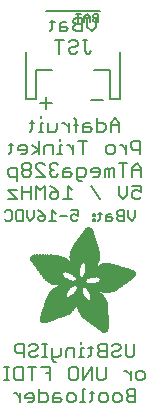
<source format=gbr>
G04 EAGLE Gerber RS-274X export*
G75*
%MOMM*%
%FSLAX34Y34*%
%LPD*%
%INSilkscreen Bottom*%
%IPPOS*%
%AMOC8*
5,1,8,0,0,1.08239X$1,22.5*%
G01*
%ADD10C,0.152400*%
%ADD11C,0.127000*%
%ADD12C,0.203200*%
%ADD13R,0.014000X0.125700*%
%ADD14R,0.014000X0.209500*%
%ADD15R,0.013900X0.279400*%
%ADD16R,0.014000X0.335300*%
%ADD17R,0.014000X0.377200*%
%ADD18R,0.013900X0.419100*%
%ADD19R,0.014000X0.475000*%
%ADD20R,0.014000X0.502900*%
%ADD21R,0.013900X0.530900*%
%ADD22R,0.014000X0.558800*%
%ADD23R,0.014000X0.586800*%
%ADD24R,0.014000X0.628600*%
%ADD25R,0.013900X0.642600*%
%ADD26R,0.014000X0.670500*%
%ADD27R,0.014000X0.698500*%
%ADD28R,0.013900X0.712500*%
%ADD29R,0.014000X0.740400*%
%ADD30R,0.014000X0.768400*%
%ADD31R,0.013900X0.782300*%
%ADD32R,0.014000X0.810300*%
%ADD33R,0.014000X0.824200*%
%ADD34R,0.014000X0.852200*%
%ADD35R,0.013900X0.880200*%
%ADD36R,0.014000X0.894100*%
%ADD37R,0.014000X0.908100*%
%ADD38R,0.013900X0.936000*%
%ADD39R,0.014000X0.950000*%
%ADD40R,0.014000X0.964000*%
%ADD41R,0.013900X0.991900*%
%ADD42R,0.014000X1.005900*%
%ADD43R,0.014000X1.033800*%
%ADD44R,0.014000X1.047800*%
%ADD45R,0.013900X1.061800*%
%ADD46R,0.014000X1.089700*%
%ADD47R,0.014000X1.103700*%
%ADD48R,0.013900X1.117600*%
%ADD49R,0.014000X1.145600*%
%ADD50R,0.014000X1.159600*%
%ADD51R,0.013900X1.173500*%
%ADD52R,0.014000X1.201500*%
%ADD53R,0.014000X1.215400*%
%ADD54R,0.014000X1.243400*%
%ADD55R,0.013900X1.257300*%
%ADD56R,0.014000X1.271300*%
%ADD57R,0.014000X1.299300*%
%ADD58R,0.013900X1.313200*%
%ADD59R,0.014000X1.327200*%
%ADD60R,0.014000X1.355100*%
%ADD61R,0.013900X1.369100*%
%ADD62R,0.014000X1.383100*%
%ADD63R,0.014000X1.411000*%
%ADD64R,0.014000X1.425000*%
%ADD65R,0.013900X1.452900*%
%ADD66R,0.014000X1.466900*%
%ADD67R,0.014000X1.480900*%
%ADD68R,0.013900X1.508800*%
%ADD69R,0.014000X1.522800*%
%ADD70R,0.014000X1.536700*%
%ADD71R,0.013900X0.167700*%
%ADD72R,0.013900X1.564700*%
%ADD73R,0.014000X0.265500*%
%ADD74R,0.014000X1.578700*%
%ADD75R,0.014000X0.349200*%
%ADD76R,0.014000X1.606600*%
%ADD77R,0.014000X0.405100*%
%ADD78R,0.014000X1.620600*%
%ADD79R,0.013900X0.475000*%
%ADD80R,0.013900X1.634500*%
%ADD81R,0.014000X0.530900*%
%ADD82R,0.014000X1.662500*%
%ADD83R,0.014000X1.676400*%
%ADD84R,0.013900X1.690400*%
%ADD85R,0.014000X1.718400*%
%ADD86R,0.014000X0.754400*%
%ADD87R,0.014000X1.732300*%
%ADD88R,0.013900X0.796300*%
%ADD89R,0.013900X1.746300*%
%ADD90R,0.014000X0.852100*%
%ADD91R,0.014000X1.774200*%
%ADD92R,0.014000X0.908000*%
%ADD93R,0.014000X1.788200*%
%ADD94R,0.014000X0.949900*%
%ADD95R,0.014000X1.816100*%
%ADD96R,0.013900X1.005900*%
%ADD97R,0.013900X1.830100*%
%ADD98R,0.014000X1.844100*%
%ADD99R,0.014000X1.872000*%
%ADD100R,0.013900X1.131600*%
%ADD101R,0.013900X1.886000*%
%ADD102R,0.014000X1.187500*%
%ADD103R,0.014000X1.900000*%
%ADD104R,0.014000X1.229400*%
%ADD105R,0.014000X1.927900*%
%ADD106R,0.013900X1.271300*%
%ADD107R,0.013900X1.941900*%
%ADD108R,0.014000X1.313200*%
%ADD109R,0.014000X1.955800*%
%ADD110R,0.014000X1.969800*%
%ADD111R,0.014000X1.397000*%
%ADD112R,0.014000X1.997800*%
%ADD113R,0.013900X1.439000*%
%ADD114R,0.013900X2.011700*%
%ADD115R,0.014000X2.025700*%
%ADD116R,0.014000X2.039700*%
%ADD117R,0.013900X1.550700*%
%ADD118R,0.013900X2.053600*%
%ADD119R,0.014000X1.592600*%
%ADD120R,0.014000X2.067600*%
%ADD121R,0.014000X1.634500*%
%ADD122R,0.014000X2.081600*%
%ADD123R,0.013900X2.095500*%
%ADD124R,0.014000X2.109500*%
%ADD125R,0.014000X1.760200*%
%ADD126R,0.014000X2.123500*%
%ADD127R,0.014000X1.802100*%
%ADD128R,0.014000X2.137500*%
%ADD129R,0.013900X1.844000*%
%ADD130R,0.013900X2.151400*%
%ADD131R,0.014000X1.871900*%
%ADD132R,0.014000X2.165400*%
%ADD133R,0.014000X1.913800*%
%ADD134R,0.014000X2.179400*%
%ADD135R,0.013900X1.955800*%
%ADD136R,0.013900X2.193300*%
%ADD137R,0.014000X1.983800*%
%ADD138R,0.014000X2.207300*%
%ADD139R,0.014000X2.221300*%
%ADD140R,0.013900X2.221300*%
%ADD141R,0.014000X2.095500*%
%ADD142R,0.014000X2.235200*%
%ADD143R,0.014000X2.249200*%
%ADD144R,0.014000X2.137400*%
%ADD145R,0.014000X2.263200*%
%ADD146R,0.013900X2.179300*%
%ADD147R,0.013900X2.277200*%
%ADD148R,0.014000X2.193300*%
%ADD149R,0.014000X2.277200*%
%ADD150R,0.014000X2.221200*%
%ADD151R,0.014000X2.291100*%
%ADD152R,0.013900X2.249100*%
%ADD153R,0.013900X2.305100*%
%ADD154R,0.014000X2.319100*%
%ADD155R,0.014000X2.277100*%
%ADD156R,0.013900X2.333000*%
%ADD157R,0.014000X2.319000*%
%ADD158R,0.014000X2.347000*%
%ADD159R,0.014000X2.333000*%
%ADD160R,0.014000X2.361000*%
%ADD161R,0.014000X2.360900*%
%ADD162R,0.013900X2.374900*%
%ADD163R,0.014000X2.388800*%
%ADD164R,0.014000X2.388900*%
%ADD165R,0.014000X2.416800*%
%ADD166R,0.013900X2.416900*%
%ADD167R,0.013900X2.402900*%
%ADD168R,0.014000X2.430800*%
%ADD169R,0.014000X2.402900*%
%ADD170R,0.014000X2.458800*%
%ADD171R,0.014000X2.416900*%
%ADD172R,0.013900X2.458700*%
%ADD173R,0.013900X2.430800*%
%ADD174R,0.014000X2.472700*%
%ADD175R,0.014000X2.500600*%
%ADD176R,0.014000X2.444800*%
%ADD177R,0.013900X2.514600*%
%ADD178R,0.013900X2.458800*%
%ADD179R,0.014000X2.528600*%
%ADD180R,0.014000X2.528500*%
%ADD181R,0.013900X2.542500*%
%ADD182R,0.013900X2.472700*%
%ADD183R,0.014000X2.556500*%
%ADD184R,0.014000X2.486700*%
%ADD185R,0.013900X2.570500*%
%ADD186R,0.013900X2.486700*%
%ADD187R,0.014000X2.584500*%
%ADD188R,0.014000X2.500700*%
%ADD189R,0.014000X2.584400*%
%ADD190R,0.014000X2.598400*%
%ADD191R,0.014000X2.514600*%
%ADD192R,0.013900X2.612400*%
%ADD193R,0.014000X2.612400*%
%ADD194R,0.014000X2.626300*%
%ADD195R,0.013900X2.640300*%
%ADD196R,0.013900X2.528600*%
%ADD197R,0.014000X2.640400*%
%ADD198R,0.014000X2.542600*%
%ADD199R,0.014000X2.654300*%
%ADD200R,0.013900X2.654300*%
%ADD201R,0.013900X2.542600*%
%ADD202R,0.014000X2.668300*%
%ADD203R,0.014000X2.556600*%
%ADD204R,0.014000X2.682200*%
%ADD205R,0.013900X2.668200*%
%ADD206R,0.013900X2.556600*%
%ADD207R,0.014000X2.570500*%
%ADD208R,0.014000X2.696200*%
%ADD209R,0.013900X2.682300*%
%ADD210R,0.014000X2.696300*%
%ADD211R,0.013900X2.696200*%
%ADD212R,0.014000X2.710200*%
%ADD213R,0.013900X2.710200*%
%ADD214R,0.014000X2.724100*%
%ADD215R,0.014000X2.710100*%
%ADD216R,0.013900X2.724100*%
%ADD217R,0.013900X2.584500*%
%ADD218R,0.014000X2.724200*%
%ADD219R,0.013900X2.724200*%
%ADD220R,0.013900X2.738100*%
%ADD221R,0.013900X2.738200*%
%ADD222R,0.013900X2.556500*%
%ADD223R,0.013900X5.238700*%
%ADD224R,0.014000X5.238700*%
%ADD225R,0.014000X5.224800*%
%ADD226R,0.013900X5.210800*%
%ADD227R,0.014000X5.210800*%
%ADD228R,0.014000X5.196800*%
%ADD229R,0.013900X5.182900*%
%ADD230R,0.014000X5.182900*%
%ADD231R,0.014000X5.168900*%
%ADD232R,0.014000X5.154900*%
%ADD233R,0.013900X5.154900*%
%ADD234R,0.014000X5.141000*%
%ADD235R,0.014000X5.127000*%
%ADD236R,0.013900X3.604200*%
%ADD237R,0.013900X1.411000*%
%ADD238R,0.014000X3.562300*%
%ADD239R,0.014000X1.383000*%
%ADD240R,0.014000X3.534400*%
%ADD241R,0.014000X1.369100*%
%ADD242R,0.013900X3.506500*%
%ADD243R,0.013900X1.341100*%
%ADD244R,0.014000X3.492500*%
%ADD245R,0.014000X1.341100*%
%ADD246R,0.014000X3.450600*%
%ADD247R,0.014000X1.313100*%
%ADD248R,0.014000X3.436600*%
%ADD249R,0.013900X3.422700*%
%ADD250R,0.013900X1.299200*%
%ADD251R,0.014000X3.394700*%
%ADD252R,0.014000X1.285300*%
%ADD253R,0.014000X3.380700*%
%ADD254R,0.013900X3.366700*%
%ADD255R,0.014000X3.338900*%
%ADD256R,0.014000X1.257300*%
%ADD257R,0.014000X3.324900*%
%ADD258R,0.013900X3.310900*%
%ADD259R,0.013900X1.243400*%
%ADD260R,0.014000X3.283000*%
%ADD261R,0.014000X3.255000*%
%ADD262R,0.013900X3.241000*%
%ADD263R,0.013900X1.215400*%
%ADD264R,0.014000X3.227100*%
%ADD265R,0.014000X3.213100*%
%ADD266R,0.013900X1.718300*%
%ADD267R,0.013900X1.187500*%
%ADD268R,0.014000X1.648500*%
%ADD269R,0.014000X1.187400*%
%ADD270R,0.014000X1.620500*%
%ADD271R,0.013900X1.592600*%
%ADD272R,0.013900X1.271200*%
%ADD273R,0.013900X1.173400*%
%ADD274R,0.014000X1.159500*%
%ADD275R,0.014000X1.564600*%
%ADD276R,0.014000X1.201400*%
%ADD277R,0.014000X1.145500*%
%ADD278R,0.013900X1.145500*%
%ADD279R,0.014000X1.550700*%
%ADD280R,0.014000X1.103600*%
%ADD281R,0.014000X1.131600*%
%ADD282R,0.014000X1.075700*%
%ADD283R,0.014000X1.117600*%
%ADD284R,0.013900X1.536700*%
%ADD285R,0.013900X1.047800*%
%ADD286R,0.013900X1.103600*%
%ADD287R,0.014000X1.522700*%
%ADD288R,0.014000X1.005800*%
%ADD289R,0.014000X0.991900*%
%ADD290R,0.013900X0.963900*%
%ADD291R,0.013900X1.075700*%
%ADD292R,0.014000X1.508800*%
%ADD293R,0.014000X1.075600*%
%ADD294R,0.014000X1.494800*%
%ADD295R,0.014000X1.061700*%
%ADD296R,0.014000X1.047700*%
%ADD297R,0.013900X1.494800*%
%ADD298R,0.013900X1.047700*%
%ADD299R,0.014000X1.480800*%
%ADD300R,0.014000X1.494700*%
%ADD301R,0.014000X0.838200*%
%ADD302R,0.013900X1.480800*%
%ADD303R,0.013900X0.810200*%
%ADD304R,0.013900X1.019800*%
%ADD305R,0.014000X1.466800*%
%ADD306R,0.014000X0.796300*%
%ADD307R,0.014000X0.768300*%
%ADD308R,0.013900X1.466800*%
%ADD309R,0.013900X0.754300*%
%ADD310R,0.013900X0.977900*%
%ADD311R,0.013900X0.139700*%
%ADD312R,0.014000X0.963900*%
%ADD313R,0.014000X0.712500*%
%ADD314R,0.014000X0.544800*%
%ADD315R,0.014000X0.670600*%
%ADD316R,0.013900X0.684600*%
%ADD317R,0.013900X0.922000*%
%ADD318R,0.014000X1.452900*%
%ADD319R,0.014000X0.656600*%
%ADD320R,0.014000X0.922100*%
%ADD321R,0.014000X0.866200*%
%ADD322R,0.013900X0.894000*%
%ADD323R,0.013900X1.033800*%
%ADD324R,0.014000X0.614600*%
%ADD325R,0.014000X0.866100*%
%ADD326R,0.014000X1.452800*%
%ADD327R,0.014000X0.600700*%
%ADD328R,0.014000X1.173500*%
%ADD329R,0.013900X1.438900*%
%ADD330R,0.013900X0.586700*%
%ADD331R,0.013900X0.838200*%
%ADD332R,0.014000X0.586700*%
%ADD333R,0.014000X2.151400*%
%ADD334R,0.014000X2.193200*%
%ADD335R,0.014000X1.438900*%
%ADD336R,0.014000X0.544900*%
%ADD337R,0.013900X0.544900*%
%ADD338R,0.013900X2.277100*%
%ADD339R,0.014000X0.516900*%
%ADD340R,0.013900X0.516900*%
%ADD341R,0.014000X0.489000*%
%ADD342R,0.014000X1.424900*%
%ADD343R,0.014000X2.444700*%
%ADD344R,0.013900X1.424900*%
%ADD345R,0.014000X0.461000*%
%ADD346R,0.014000X2.570400*%
%ADD347R,0.013900X1.425000*%
%ADD348R,0.013900X0.447000*%
%ADD349R,0.014000X1.410900*%
%ADD350R,0.014000X0.447000*%
%ADD351R,0.014000X0.433100*%
%ADD352R,0.014000X2.668200*%
%ADD353R,0.013900X0.433100*%
%ADD354R,0.014000X0.419100*%
%ADD355R,0.014000X2.738100*%
%ADD356R,0.014000X2.766100*%
%ADD357R,0.013900X1.397000*%
%ADD358R,0.013900X2.807900*%
%ADD359R,0.014000X2.835900*%
%ADD360R,0.014000X2.877900*%
%ADD361R,0.014000X0.433000*%
%ADD362R,0.014000X2.905700*%
%ADD363R,0.013900X1.369000*%
%ADD364R,0.013900X0.433000*%
%ADD365R,0.013900X2.947700*%
%ADD366R,0.014000X2.989500*%
%ADD367R,0.014000X3.031500*%
%ADD368R,0.013900X1.355100*%
%ADD369R,0.013900X0.488900*%
%ADD370R,0.013900X3.087300*%
%ADD371R,0.014000X1.341200*%
%ADD372R,0.014000X3.702000*%
%ADD373R,0.014000X3.716000*%
%ADD374R,0.013900X1.327100*%
%ADD375R,0.013900X3.757900*%
%ADD376R,0.014000X3.771900*%
%ADD377R,0.014000X1.299200*%
%ADD378R,0.014000X3.799900*%
%ADD379R,0.014000X3.841700*%
%ADD380R,0.013900X3.869700*%
%ADD381R,0.014000X3.925600*%
%ADD382R,0.014000X0.111800*%
%ADD383R,0.014000X5.266700*%
%ADD384R,0.013900X5.727700*%
%ADD385R,0.014000X5.825500*%
%ADD386R,0.014000X5.895400*%
%ADD387R,0.013900X5.965200*%
%ADD388R,0.014000X6.021100*%
%ADD389R,0.014000X6.076900*%
%ADD390R,0.014000X6.146800*%
%ADD391R,0.013900X6.188800*%
%ADD392R,0.014000X6.244600*%
%ADD393R,0.014000X6.286500*%
%ADD394R,0.013900X6.328400*%
%ADD395R,0.014000X6.384300*%
%ADD396R,0.014000X3.352800*%
%ADD397R,0.014000X2.821900*%
%ADD398R,0.013900X3.283000*%
%ADD399R,0.014000X3.241100*%
%ADD400R,0.014000X2.682300*%
%ADD401R,0.014000X3.241000*%
%ADD402R,0.014000X2.640300*%
%ADD403R,0.013900X3.227100*%
%ADD404R,0.013900X2.584400*%
%ADD405R,0.014000X3.227000*%
%ADD406R,0.013900X3.269000*%
%ADD407R,0.014000X3.282900*%
%ADD408R,0.014000X3.310900*%
%ADD409R,0.013900X3.338800*%
%ADD410R,0.014000X0.922000*%
%ADD411R,0.013900X2.123400*%
%ADD412R,0.013900X0.894100*%
%ADD413R,0.014000X2.081500*%
%ADD414R,0.014000X0.894000*%
%ADD415R,0.013900X0.908100*%
%ADD416R,0.014000X2.039600*%
%ADD417R,0.014000X2.011700*%
%ADD418R,0.014000X0.936000*%
%ADD419R,0.013900X1.969700*%
%ADD420R,0.014000X0.977900*%
%ADD421R,0.014000X1.941900*%
%ADD422R,0.013900X1.927800*%
%ADD423R,0.014000X1.913900*%
%ADD424R,0.013900X1.913800*%
%ADD425R,0.013900X2.794000*%
%ADD426R,0.014000X1.899900*%
%ADD427R,0.014000X1.229300*%
%ADD428R,0.014000X1.285200*%
%ADD429R,0.014000X2.919700*%
%ADD430R,0.013900X1.872000*%
%ADD431R,0.013900X2.961600*%
%ADD432R,0.014000X1.858000*%
%ADD433R,0.014000X3.031400*%
%ADD434R,0.014000X3.115300*%
%ADD435R,0.013900X1.858000*%
%ADD436R,0.013900X5.029200*%
%ADD437R,0.014000X4.428500*%
%ADD438R,0.014000X1.844000*%
%ADD439R,0.014000X4.414500*%
%ADD440R,0.013900X4.414500*%
%ADD441R,0.014000X1.830100*%
%ADD442R,0.014000X4.414600*%
%ADD443R,0.014000X1.830000*%
%ADD444R,0.014000X0.530800*%
%ADD445R,0.014000X4.400500*%
%ADD446R,0.013900X4.400500*%
%ADD447R,0.014000X4.400600*%
%ADD448R,0.013900X0.572800*%
%ADD449R,0.013900X4.386600*%
%ADD450R,0.014000X4.386500*%
%ADD451R,0.013900X0.614700*%
%ADD452R,0.013900X4.372600*%
%ADD453R,0.014000X0.642600*%
%ADD454R,0.014000X4.372600*%
%ADD455R,0.013900X0.698500*%
%ADD456R,0.013900X4.358600*%
%ADD457R,0.014000X0.712400*%
%ADD458R,0.014000X4.358600*%
%ADD459R,0.014000X4.344700*%
%ADD460R,0.013900X1.871900*%
%ADD461R,0.013900X0.768300*%
%ADD462R,0.013900X4.330700*%
%ADD463R,0.014000X1.885900*%
%ADD464R,0.014000X0.782300*%
%ADD465R,0.014000X4.330700*%
%ADD466R,0.014000X4.316700*%
%ADD467R,0.013900X1.899900*%
%ADD468R,0.013900X0.852200*%
%ADD469R,0.013900X4.316700*%
%ADD470R,0.014000X0.880100*%
%ADD471R,0.014000X4.302700*%
%ADD472R,0.014000X1.941800*%
%ADD473R,0.014000X4.288800*%
%ADD474R,0.013900X1.983700*%
%ADD475R,0.013900X4.274800*%
%ADD476R,0.014000X4.274800*%
%ADD477R,0.014000X4.260800*%
%ADD478R,0.013900X3.408700*%
%ADD479R,0.013900X4.260800*%
%ADD480R,0.014000X3.408700*%
%ADD481R,0.014000X4.232900*%
%ADD482R,0.014000X3.422700*%
%ADD483R,0.014000X4.219000*%
%ADD484R,0.013900X3.436600*%
%ADD485R,0.013900X4.219000*%
%ADD486R,0.014000X4.205000*%
%ADD487R,0.014000X4.177000*%
%ADD488R,0.014000X3.464600*%
%ADD489R,0.014000X4.163100*%
%ADD490R,0.013900X3.478600*%
%ADD491R,0.013900X4.135100*%
%ADD492R,0.014000X3.478600*%
%ADD493R,0.014000X4.121100*%
%ADD494R,0.014000X4.093200*%
%ADD495R,0.013900X4.051300*%
%ADD496R,0.014000X3.520500*%
%ADD497R,0.014000X4.009400*%
%ADD498R,0.014000X3.981400*%
%ADD499R,0.013900X3.548300*%
%ADD500R,0.013900X3.939500*%
%ADD501R,0.014000X3.897600*%
%ADD502R,0.014000X3.576300*%
%ADD503R,0.014000X3.799800*%
%ADD504R,0.013900X3.590200*%
%ADD505R,0.013900X3.744000*%
%ADD506R,0.014000X3.604200*%
%ADD507R,0.014000X3.702100*%
%ADD508R,0.014000X3.618200*%
%ADD509R,0.014000X3.660200*%
%ADD510R,0.013900X3.632200*%
%ADD511R,0.013900X3.618300*%
%ADD512R,0.014000X3.646200*%
%ADD513R,0.014000X3.576400*%
%ADD514R,0.014000X3.660100*%
%ADD515R,0.013900X3.660100*%
%ADD516R,0.014000X3.674100*%
%ADD517R,0.014000X3.436700*%
%ADD518R,0.014000X2.612300*%
%ADD519R,0.014000X0.782400*%
%ADD520R,0.013900X3.716000*%
%ADD521R,0.013900X2.500600*%
%ADD522R,0.014000X3.730000*%
%ADD523R,0.014000X3.758000*%
%ADD524R,0.014000X2.374900*%
%ADD525R,0.013900X3.771900*%
%ADD526R,0.013900X0.824300*%
%ADD527R,0.013900X2.305000*%
%ADD528R,0.014000X3.785900*%
%ADD529R,0.013900X3.813800*%
%ADD530R,0.014000X3.827800*%
%ADD531R,0.014000X3.855700*%
%ADD532R,0.014000X3.883700*%
%ADD533R,0.014000X1.802200*%
%ADD534R,0.014000X3.897700*%
%ADD535R,0.014000X1.746300*%
%ADD536R,0.013900X3.911600*%
%ADD537R,0.013900X0.949900*%
%ADD538R,0.013900X1.676400*%
%ADD539R,0.014000X3.939500*%
%ADD540R,0.014000X1.550600*%
%ADD541R,0.013900X3.967500*%
%ADD542R,0.014000X1.327100*%
%ADD543R,0.014000X1.019800*%
%ADD544R,0.013900X4.037300*%
%ADD545R,0.013900X3.213100*%
%ADD546R,0.013900X0.866200*%
%ADD547R,0.013900X1.061700*%
%ADD548R,0.013900X0.908000*%
%ADD549R,0.014000X1.089600*%
%ADD550R,0.014000X0.181700*%
%ADD551R,0.014000X2.346900*%
%ADD552R,0.013900X2.346900*%
%ADD553R,0.013900X3.227000*%
%ADD554R,0.013900X2.388900*%
%ADD555R,0.013900X2.416800*%
%ADD556R,0.014000X2.430700*%
%ADD557R,0.013900X3.199100*%
%ADD558R,0.013900X2.444700*%
%ADD559R,0.014000X3.199200*%
%ADD560R,0.014000X3.185200*%
%ADD561R,0.014000X2.458700*%
%ADD562R,0.013900X3.185100*%
%ADD563R,0.014000X3.171100*%
%ADD564R,0.014000X3.157200*%
%ADD565R,0.013900X3.143200*%
%ADD566R,0.014000X3.129300*%
%ADD567R,0.014000X3.101300*%
%ADD568R,0.013900X3.087400*%
%ADD569R,0.014000X3.087400*%
%ADD570R,0.014000X3.059400*%
%ADD571R,0.013900X3.031500*%
%ADD572R,0.014000X3.017500*%
%ADD573R,0.014000X2.989600*%
%ADD574R,0.014000X2.975600*%
%ADD575R,0.014000X2.891700*%
%ADD576R,0.013900X2.849900*%
%ADD577R,0.014000X2.822000*%
%ADD578R,0.014000X2.794000*%
%ADD579R,0.013900X2.752100*%
%ADD580R,0.014000X2.305000*%
%ADD581R,0.013900X2.109400*%
%ADD582R,0.014000X1.969700*%
%ADD583R,0.014000X2.486600*%
%ADD584R,0.014000X2.472600*%
%ADD585R,0.013900X2.472600*%
%ADD586R,0.013900X2.402800*%
%ADD587R,0.014000X2.402800*%
%ADD588R,0.013900X2.360900*%
%ADD589R,0.013900X2.319100*%
%ADD590R,0.013900X2.291100*%
%ADD591R,0.013900X2.263100*%
%ADD592R,0.014000X2.249100*%
%ADD593R,0.014000X2.179300*%
%ADD594R,0.014000X2.109400*%
%ADD595R,0.013900X2.067600*%
%ADD596R,0.014000X2.053600*%
%ADD597R,0.014000X2.025600*%
%ADD598R,0.013900X2.025600*%
%ADD599R,0.014000X1.983700*%
%ADD600R,0.013900X1.927900*%
%ADD601R,0.014000X1.886000*%
%ADD602R,0.013900X1.816100*%
%ADD603R,0.013900X1.760200*%
%ADD604R,0.013900X1.732300*%
%ADD605R,0.014000X1.718300*%
%ADD606R,0.014000X1.704300*%
%ADD607R,0.014000X1.690400*%
%ADD608R,0.013900X1.662400*%
%ADD609R,0.014000X1.662400*%
%ADD610R,0.014000X1.648400*%
%ADD611R,0.013900X1.620500*%
%ADD612R,0.013900X1.578600*%
%ADD613R,0.013900X1.522700*%
%ADD614R,0.013900X1.480900*%
%ADD615R,0.013900X1.383000*%
%ADD616R,0.014000X1.369000*%
%ADD617R,0.013900X1.341200*%
%ADD618R,0.013900X1.243300*%
%ADD619R,0.014000X1.215300*%
%ADD620R,0.013900X1.201400*%
%ADD621R,0.013900X1.159500*%
%ADD622R,0.013900X1.089600*%
%ADD623R,0.014000X0.880200*%
%ADD624R,0.014000X0.810200*%
%ADD625R,0.014000X0.726500*%
%ADD626R,0.014000X0.684500*%
%ADD627R,0.013900X0.600700*%
%ADD628R,0.013900X0.530800*%
%ADD629R,0.014000X0.503000*%
%ADD630R,0.013900X0.335200*%
%ADD631R,0.014000X0.279400*%
%ADD632R,0.014000X0.223600*%
%ADD633R,0.013900X0.111800*%


D10*
X39192Y252857D02*
X39192Y260314D01*
X35464Y264043D01*
X31735Y260314D01*
X31735Y252857D01*
X31735Y258450D02*
X39192Y258450D01*
X20041Y264043D02*
X20041Y252857D01*
X25634Y252857D01*
X27499Y254721D01*
X27499Y258450D01*
X25634Y260314D01*
X20041Y260314D01*
X13940Y260314D02*
X10212Y260314D01*
X8348Y258450D01*
X8348Y252857D01*
X13940Y252857D01*
X15805Y254721D01*
X13940Y256586D01*
X8348Y256586D01*
X2246Y252857D02*
X2246Y262178D01*
X382Y264043D01*
X382Y258450D02*
X4111Y258450D01*
X-3685Y260314D02*
X-3685Y252857D01*
X-3685Y256586D02*
X-7414Y260314D01*
X-9278Y260314D01*
X-13430Y260314D02*
X-13430Y254721D01*
X-15295Y252857D01*
X-20887Y252857D01*
X-20887Y260314D01*
X-25124Y260314D02*
X-26989Y260314D01*
X-26989Y252857D01*
X-28853Y252857D02*
X-25124Y252857D01*
X-26989Y264043D02*
X-26989Y265907D01*
X-34785Y262178D02*
X-34785Y254721D01*
X-36649Y252857D01*
X-36649Y260314D02*
X-32920Y260314D01*
X56733Y244993D02*
X56733Y233807D01*
X56733Y244993D02*
X51141Y244993D01*
X49276Y243128D01*
X49276Y239400D01*
X51141Y237536D01*
X56733Y237536D01*
X45040Y241264D02*
X45040Y233807D01*
X45040Y237536D02*
X41311Y241264D01*
X39447Y241264D01*
X33430Y233807D02*
X29702Y233807D01*
X27838Y235671D01*
X27838Y239400D01*
X29702Y241264D01*
X33430Y241264D01*
X35295Y239400D01*
X35295Y235671D01*
X33430Y233807D01*
X8178Y233807D02*
X8178Y244993D01*
X4450Y244993D02*
X11907Y244993D01*
X213Y241264D02*
X213Y233807D01*
X213Y237536D02*
X-3516Y241264D01*
X-5380Y241264D01*
X-9532Y241264D02*
X-11397Y241264D01*
X-11397Y233807D01*
X-13261Y233807D02*
X-9532Y233807D01*
X-11397Y244993D02*
X-11397Y246857D01*
X-17328Y241264D02*
X-17328Y233807D01*
X-17328Y241264D02*
X-22921Y241264D01*
X-24785Y239400D01*
X-24785Y233807D01*
X-29022Y233807D02*
X-29022Y244993D01*
X-29022Y237536D02*
X-34615Y233807D01*
X-29022Y237536D02*
X-34615Y241264D01*
X-40632Y233807D02*
X-44360Y233807D01*
X-40632Y233807D02*
X-38767Y235671D01*
X-38767Y239400D01*
X-40632Y241264D01*
X-44360Y241264D01*
X-46224Y239400D01*
X-46224Y237536D01*
X-38767Y237536D01*
X-52325Y235671D02*
X-52325Y243128D01*
X-52325Y235671D02*
X-54190Y233807D01*
X-54190Y241264D02*
X-50461Y241264D01*
X57708Y222214D02*
X57708Y214757D01*
X57708Y222214D02*
X53979Y225943D01*
X50251Y222214D01*
X50251Y214757D01*
X50251Y220350D02*
X57708Y220350D01*
X42286Y214757D02*
X42286Y225943D01*
X46014Y225943D02*
X38557Y225943D01*
X34320Y222214D02*
X34320Y214757D01*
X34320Y222214D02*
X32456Y222214D01*
X30592Y220350D01*
X30592Y214757D01*
X30592Y220350D02*
X28727Y222214D01*
X26863Y220350D01*
X26863Y214757D01*
X20762Y214757D02*
X17033Y214757D01*
X20762Y214757D02*
X22626Y216621D01*
X22626Y220350D01*
X20762Y222214D01*
X17033Y222214D01*
X15169Y220350D01*
X15169Y218486D01*
X22626Y218486D01*
X7204Y211029D02*
X5339Y211029D01*
X3475Y212893D01*
X3475Y222214D01*
X9068Y222214D01*
X10932Y220350D01*
X10932Y216621D01*
X9068Y214757D01*
X3475Y214757D01*
X-2626Y222214D02*
X-6355Y222214D01*
X-8219Y220350D01*
X-8219Y214757D01*
X-2626Y214757D01*
X-762Y216621D01*
X-2626Y218486D01*
X-8219Y218486D01*
X-12456Y224078D02*
X-14320Y225943D01*
X-18049Y225943D01*
X-19913Y224078D01*
X-19913Y222214D01*
X-18049Y220350D01*
X-16184Y220350D01*
X-18049Y220350D02*
X-19913Y218486D01*
X-19913Y216621D01*
X-18049Y214757D01*
X-14320Y214757D01*
X-12456Y216621D01*
X-24150Y214757D02*
X-31607Y214757D01*
X-24150Y214757D02*
X-31607Y222214D01*
X-31607Y224078D01*
X-29743Y225943D01*
X-26014Y225943D01*
X-24150Y224078D01*
X-35844Y224078D02*
X-37708Y225943D01*
X-41437Y225943D01*
X-43301Y224078D01*
X-43301Y222214D01*
X-41437Y220350D01*
X-43301Y218486D01*
X-43301Y216621D01*
X-41437Y214757D01*
X-37708Y214757D01*
X-35844Y216621D01*
X-35844Y218486D01*
X-37708Y220350D01*
X-35844Y222214D01*
X-35844Y224078D01*
X-37708Y220350D02*
X-41437Y220350D01*
X-47538Y222214D02*
X-47538Y211029D01*
X-47538Y222214D02*
X-53131Y222214D01*
X-54995Y220350D01*
X-54995Y216621D01*
X-53131Y214757D01*
X-47538Y214757D01*
X50251Y206893D02*
X57708Y206893D01*
X57708Y201300D01*
X53979Y203164D01*
X52115Y203164D01*
X50251Y201300D01*
X50251Y197571D01*
X52115Y195707D01*
X55844Y195707D01*
X57708Y197571D01*
X46014Y199436D02*
X46014Y206893D01*
X46014Y199436D02*
X42286Y195707D01*
X38557Y199436D01*
X38557Y206893D01*
X22626Y195707D02*
X15169Y206893D01*
X-762Y203164D02*
X-4490Y206893D01*
X-4490Y195707D01*
X-762Y195707D02*
X-8219Y195707D01*
X-16184Y205028D02*
X-19913Y206893D01*
X-16184Y205028D02*
X-12456Y201300D01*
X-12456Y197571D01*
X-14320Y195707D01*
X-18049Y195707D01*
X-19913Y197571D01*
X-19913Y199436D01*
X-18049Y201300D01*
X-12456Y201300D01*
X-24150Y195707D02*
X-24150Y206893D01*
X-27878Y203164D01*
X-31607Y206893D01*
X-31607Y195707D01*
X-35844Y195707D02*
X-35844Y206893D01*
X-35844Y201300D02*
X-43301Y201300D01*
X-43301Y206893D02*
X-43301Y195707D01*
X-47538Y203164D02*
X-54995Y203164D01*
X-47538Y195707D01*
X-54995Y195707D01*
X51861Y72908D02*
X51861Y63586D01*
X49997Y61722D01*
X46268Y61722D01*
X44404Y63586D01*
X44404Y72908D01*
X34574Y72908D02*
X32710Y71043D01*
X34574Y72908D02*
X38303Y72908D01*
X40167Y71043D01*
X40167Y69179D01*
X38303Y67315D01*
X34574Y67315D01*
X32710Y65451D01*
X32710Y63586D01*
X34574Y61722D01*
X38303Y61722D01*
X40167Y63586D01*
X28473Y61722D02*
X28473Y72908D01*
X22880Y72908D01*
X21016Y71043D01*
X21016Y69179D01*
X22880Y67315D01*
X21016Y65451D01*
X21016Y63586D01*
X22880Y61722D01*
X28473Y61722D01*
X28473Y67315D02*
X22880Y67315D01*
X14915Y71043D02*
X14915Y63586D01*
X13051Y61722D01*
X13051Y69179D02*
X16779Y69179D01*
X8983Y69179D02*
X7119Y69179D01*
X7119Y61722D01*
X8983Y61722D02*
X5255Y61722D01*
X7119Y72908D02*
X7119Y74772D01*
X1187Y69179D02*
X1187Y61722D01*
X1187Y69179D02*
X-4406Y69179D01*
X-6270Y67315D01*
X-6270Y61722D01*
X-10507Y63586D02*
X-10507Y69179D01*
X-10507Y63586D02*
X-12371Y61722D01*
X-17964Y61722D01*
X-17964Y59858D02*
X-17964Y69179D01*
X-17964Y59858D02*
X-16100Y57994D01*
X-14235Y57994D01*
X-22201Y61722D02*
X-25929Y61722D01*
X-24065Y61722D02*
X-24065Y72908D01*
X-22201Y72908D02*
X-25929Y72908D01*
X-35590Y72908D02*
X-37454Y71043D01*
X-35590Y72908D02*
X-31861Y72908D01*
X-29997Y71043D01*
X-29997Y69179D01*
X-31861Y67315D01*
X-35590Y67315D01*
X-37454Y65451D01*
X-37454Y63586D01*
X-35590Y61722D01*
X-31861Y61722D01*
X-29997Y63586D01*
X-41691Y61722D02*
X-41691Y72908D01*
X-47284Y72908D01*
X-49148Y71043D01*
X-49148Y67315D01*
X-47284Y65451D01*
X-41691Y65451D01*
X55039Y42672D02*
X58767Y42672D01*
X55039Y42672D02*
X53174Y44536D01*
X53174Y48265D01*
X55039Y50129D01*
X58767Y50129D01*
X60631Y48265D01*
X60631Y44536D01*
X58767Y42672D01*
X48938Y42672D02*
X48938Y50129D01*
X48938Y46401D02*
X45209Y50129D01*
X43345Y50129D01*
X27499Y53858D02*
X27499Y44536D01*
X25634Y42672D01*
X21906Y42672D01*
X20042Y44536D01*
X20042Y53858D01*
X15805Y53858D02*
X15805Y42672D01*
X8348Y42672D02*
X15805Y53858D01*
X8348Y53858D02*
X8348Y42672D01*
X2246Y53858D02*
X-1482Y53858D01*
X2246Y53858D02*
X4111Y51993D01*
X4111Y44536D01*
X2246Y42672D01*
X-1482Y42672D01*
X-3346Y44536D01*
X-3346Y51993D01*
X-1482Y53858D01*
X-19277Y53858D02*
X-19277Y42672D01*
X-19277Y53858D02*
X-26734Y53858D01*
X-23006Y48265D02*
X-19277Y48265D01*
X-34700Y42672D02*
X-34700Y53858D01*
X-38428Y53858D02*
X-30971Y53858D01*
X-42665Y53858D02*
X-42665Y42672D01*
X-48258Y42672D01*
X-50122Y44536D01*
X-50122Y51993D01*
X-48258Y53858D01*
X-42665Y53858D01*
X-54359Y42672D02*
X-58088Y42672D01*
X-56223Y42672D02*
X-56223Y53858D01*
X-54359Y53858D02*
X-58088Y53858D01*
X52835Y34808D02*
X52835Y23622D01*
X52835Y34808D02*
X47243Y34808D01*
X45378Y32943D01*
X45378Y31079D01*
X47243Y29215D01*
X45378Y27351D01*
X45378Y25486D01*
X47243Y23622D01*
X52835Y23622D01*
X52835Y29215D02*
X47243Y29215D01*
X39277Y23622D02*
X35549Y23622D01*
X33684Y25486D01*
X33684Y29215D01*
X35549Y31079D01*
X39277Y31079D01*
X41142Y29215D01*
X41142Y25486D01*
X39277Y23622D01*
X27583Y23622D02*
X23855Y23622D01*
X21991Y25486D01*
X21991Y29215D01*
X23855Y31079D01*
X27583Y31079D01*
X29448Y29215D01*
X29448Y25486D01*
X27583Y23622D01*
X15889Y25486D02*
X15889Y32943D01*
X15889Y25486D02*
X14025Y23622D01*
X14025Y31079D02*
X17754Y31079D01*
X9958Y34808D02*
X8093Y34808D01*
X8093Y23622D01*
X6229Y23622D02*
X9958Y23622D01*
X297Y23622D02*
X-3431Y23622D01*
X-5295Y25486D01*
X-5295Y29215D01*
X-3431Y31079D01*
X297Y31079D01*
X2162Y29215D01*
X2162Y25486D01*
X297Y23622D01*
X-11397Y31079D02*
X-15125Y31079D01*
X-16989Y29215D01*
X-16989Y23622D01*
X-11397Y23622D01*
X-9532Y25486D01*
X-11397Y27351D01*
X-16989Y27351D01*
X-28683Y23622D02*
X-28683Y34808D01*
X-28683Y23622D02*
X-23091Y23622D01*
X-21226Y25486D01*
X-21226Y29215D01*
X-23091Y31079D01*
X-28683Y31079D01*
X-34785Y23622D02*
X-38513Y23622D01*
X-34785Y23622D02*
X-32920Y25486D01*
X-32920Y29215D01*
X-34785Y31079D01*
X-38513Y31079D01*
X-40377Y29215D01*
X-40377Y27351D01*
X-32920Y27351D01*
X-44614Y31079D02*
X-44614Y23622D01*
X-44614Y27351D02*
X-48343Y31079D01*
X-50207Y31079D01*
D11*
X52466Y180131D02*
X52466Y186063D01*
X52466Y180131D02*
X49500Y177165D01*
X46534Y180131D01*
X46534Y186063D01*
X43111Y186063D02*
X43111Y177165D01*
X43111Y186063D02*
X38662Y186063D01*
X37179Y184580D01*
X37179Y183097D01*
X38662Y181614D01*
X37179Y180131D01*
X37179Y178648D01*
X38662Y177165D01*
X43111Y177165D01*
X43111Y181614D02*
X38662Y181614D01*
X32272Y183097D02*
X29307Y183097D01*
X27824Y181614D01*
X27824Y177165D01*
X32272Y177165D01*
X33755Y178648D01*
X32272Y180131D01*
X27824Y180131D01*
X22917Y178648D02*
X22917Y184580D01*
X22917Y178648D02*
X21434Y177165D01*
X21434Y183097D02*
X24400Y183097D01*
X18163Y183097D02*
X16681Y183097D01*
X16681Y181614D01*
X18163Y181614D01*
X18163Y183097D01*
X18163Y178648D02*
X16681Y178648D01*
X16681Y177165D01*
X18163Y177165D01*
X18163Y178648D01*
X4131Y186063D02*
X-1801Y186063D01*
X4131Y186063D02*
X4131Y181614D01*
X1165Y183097D01*
X-318Y183097D01*
X-1801Y181614D01*
X-1801Y178648D01*
X-318Y177165D01*
X2648Y177165D01*
X4131Y178648D01*
X-5225Y181614D02*
X-11156Y181614D01*
X-14580Y183097D02*
X-17546Y186063D01*
X-17546Y177165D01*
X-20511Y177165D02*
X-14580Y177165D01*
X-26901Y184580D02*
X-29867Y186063D01*
X-26901Y184580D02*
X-23935Y181614D01*
X-23935Y178648D01*
X-25418Y177165D01*
X-28384Y177165D01*
X-29867Y178648D01*
X-29867Y180131D01*
X-28384Y181614D01*
X-23935Y181614D01*
X-33290Y180131D02*
X-33290Y186063D01*
X-33290Y180131D02*
X-36256Y177165D01*
X-39222Y180131D01*
X-39222Y186063D01*
X-42645Y186063D02*
X-42645Y177165D01*
X-47094Y177165D01*
X-48577Y178648D01*
X-48577Y184580D01*
X-47094Y186063D01*
X-42645Y186063D01*
X-56449Y186063D02*
X-57932Y184580D01*
X-56449Y186063D02*
X-53483Y186063D01*
X-52001Y184580D01*
X-52001Y178648D01*
X-53483Y177165D01*
X-56449Y177165D01*
X-57932Y178648D01*
D10*
X19407Y341676D02*
X19407Y349133D01*
X19407Y341676D02*
X15678Y337947D01*
X11950Y341676D01*
X11950Y349133D01*
X7713Y349133D02*
X7713Y337947D01*
X7713Y349133D02*
X2120Y349133D01*
X256Y347268D01*
X256Y345404D01*
X2120Y343540D01*
X256Y341676D01*
X256Y339811D01*
X2120Y337947D01*
X7713Y337947D01*
X7713Y343540D02*
X2120Y343540D01*
X-5845Y345404D02*
X-9574Y345404D01*
X-11438Y343540D01*
X-11438Y337947D01*
X-5845Y337947D01*
X-3981Y339811D01*
X-5845Y341676D01*
X-11438Y341676D01*
X-17539Y339811D02*
X-17539Y347268D01*
X-17539Y339811D02*
X-19403Y337947D01*
X-19403Y345404D02*
X-15675Y345404D01*
X13645Y318897D02*
X15509Y320761D01*
X13645Y318897D02*
X11780Y318897D01*
X9916Y320761D01*
X9916Y330083D01*
X11780Y330083D02*
X8052Y330083D01*
X-1778Y330083D02*
X-3642Y328218D01*
X-1778Y330083D02*
X1951Y330083D01*
X3815Y328218D01*
X3815Y326354D01*
X1951Y324490D01*
X-1778Y324490D01*
X-3642Y322626D01*
X-3642Y320761D01*
X-1778Y318897D01*
X1951Y318897D01*
X3815Y320761D01*
X-11607Y318897D02*
X-11607Y330083D01*
X-7879Y330083D02*
X-15336Y330083D01*
D12*
X15146Y279407D02*
X25654Y279407D01*
X-17526Y276867D02*
X-28034Y276867D01*
X-22780Y282121D02*
X-22780Y271613D01*
X-22500Y355120D02*
X22500Y355120D01*
X-40000Y320120D02*
X-40000Y280120D01*
X-31500Y280120D01*
X-31500Y305120D01*
X-17500Y305120D01*
X17500Y305120D02*
X31500Y305120D01*
X31500Y280120D01*
X40000Y280120D01*
X40000Y320120D01*
D10*
X21463Y345567D02*
X21463Y352177D01*
X18158Y352177D01*
X17057Y351075D01*
X17057Y349973D01*
X18158Y348872D01*
X17057Y347770D01*
X17057Y346669D01*
X18158Y345567D01*
X21463Y345567D01*
X21463Y348872D02*
X18158Y348872D01*
X13979Y349973D02*
X13979Y345567D01*
X13979Y349973D02*
X11776Y352177D01*
X9572Y349973D01*
X9572Y345567D01*
X9572Y348872D02*
X13979Y348872D01*
X4292Y345567D02*
X4292Y352177D01*
X6495Y352177D02*
X2088Y352177D01*
D13*
X-35560Y145136D03*
D14*
X-35420Y145136D03*
D15*
X-35281Y145066D03*
D16*
X-35141Y145066D03*
D17*
X-35001Y145136D03*
D18*
X-34862Y145066D03*
D19*
X-34722Y145066D03*
D20*
X-34582Y145066D03*
D21*
X-34443Y145066D03*
D22*
X-34303Y144926D03*
D23*
X-34163Y144926D03*
D24*
X-34023Y144856D03*
D25*
X-33884Y144786D03*
D26*
X-33744Y144787D03*
D27*
X-33604Y144647D03*
D28*
X-33465Y144577D03*
D29*
X-33325Y144577D03*
D30*
X-33185Y144437D03*
D31*
X-33046Y144368D03*
D32*
X-32906Y144228D03*
D33*
X-32766Y144158D03*
D34*
X-32626Y144158D03*
D35*
X-32487Y144018D03*
D36*
X-32347Y143949D03*
D37*
X-32207Y143879D03*
D38*
X-32068Y143739D03*
D39*
X-31928Y143669D03*
D40*
X-31788Y143599D03*
D41*
X-31649Y143460D03*
D42*
X-31509Y143390D03*
D43*
X-31369Y143250D03*
D44*
X-31229Y143180D03*
D45*
X-31090Y143110D03*
D46*
X-30950Y142971D03*
D47*
X-30810Y142901D03*
D48*
X-30671Y142831D03*
D49*
X-30531Y142691D03*
D50*
X-30391Y142621D03*
D51*
X-30252Y142552D03*
D52*
X-30112Y142412D03*
D53*
X-29972Y142342D03*
D54*
X-29832Y142202D03*
D55*
X-29693Y142133D03*
D56*
X-29553Y142063D03*
D57*
X-29413Y141923D03*
D58*
X-29274Y141853D03*
D59*
X-29134Y141783D03*
D60*
X-28994Y141644D03*
D61*
X-28855Y141574D03*
D62*
X-28715Y141504D03*
D63*
X-28575Y141364D03*
D64*
X-28435Y141294D03*
D65*
X-28296Y141155D03*
D66*
X-28156Y141085D03*
D67*
X-28016Y141015D03*
D68*
X-27877Y140875D03*
D69*
X-27737Y140805D03*
D70*
X-27597Y140736D03*
D71*
X-27458Y93936D03*
D72*
X-27458Y140596D03*
D73*
X-27318Y94006D03*
D74*
X-27318Y140526D03*
D75*
X-27178Y94145D03*
D76*
X-27178Y140386D03*
D77*
X-27038Y94285D03*
D78*
X-27038Y140316D03*
D79*
X-26899Y94355D03*
D80*
X-26899Y140247D03*
D81*
X-26759Y94495D03*
D82*
X-26759Y140107D03*
D23*
X-26619Y94634D03*
D83*
X-26619Y140037D03*
D25*
X-26480Y94774D03*
D84*
X-26480Y139967D03*
D27*
X-26340Y94914D03*
D85*
X-26340Y139827D03*
D86*
X-26200Y95053D03*
D87*
X-26200Y139758D03*
D88*
X-26061Y95263D03*
D89*
X-26061Y139688D03*
D90*
X-25921Y95403D03*
D91*
X-25921Y139548D03*
D92*
X-25781Y95542D03*
D93*
X-25781Y139478D03*
D94*
X-25641Y95752D03*
D95*
X-25641Y139339D03*
D96*
X-25502Y95892D03*
D97*
X-25502Y139269D03*
D44*
X-25362Y96101D03*
D98*
X-25362Y139199D03*
D46*
X-25222Y96311D03*
D99*
X-25222Y139059D03*
D100*
X-25083Y96520D03*
D101*
X-25083Y138989D03*
D102*
X-24943Y96660D03*
D103*
X-24943Y138919D03*
D104*
X-24803Y96869D03*
D105*
X-24803Y138780D03*
D106*
X-24664Y97079D03*
D107*
X-24664Y138710D03*
D108*
X-24524Y97288D03*
D109*
X-24524Y138640D03*
D60*
X-24384Y97498D03*
D110*
X-24384Y138570D03*
D111*
X-24244Y97707D03*
D112*
X-24244Y138430D03*
D113*
X-24105Y97917D03*
D114*
X-24105Y138361D03*
D67*
X-23965Y98127D03*
D115*
X-23965Y138291D03*
D69*
X-23825Y98336D03*
D116*
X-23825Y138221D03*
D117*
X-23686Y98616D03*
D118*
X-23686Y138151D03*
D119*
X-23546Y98825D03*
D120*
X-23546Y138081D03*
D121*
X-23406Y99035D03*
D122*
X-23406Y138011D03*
D84*
X-23267Y99314D03*
D123*
X-23267Y137942D03*
D87*
X-23127Y99524D03*
D124*
X-23127Y137872D03*
D125*
X-22987Y99803D03*
D126*
X-22987Y137802D03*
D127*
X-22847Y100013D03*
D128*
X-22847Y137732D03*
D129*
X-22708Y100222D03*
D130*
X-22708Y137662D03*
D131*
X-22568Y100502D03*
D132*
X-22568Y137592D03*
D133*
X-22428Y100711D03*
D134*
X-22428Y137522D03*
D135*
X-22289Y100921D03*
D136*
X-22289Y137453D03*
D137*
X-22149Y101200D03*
D138*
X-22149Y137383D03*
D115*
X-22009Y101410D03*
D139*
X-22009Y137313D03*
D118*
X-21870Y101549D03*
D140*
X-21870Y137313D03*
D141*
X-21730Y101759D03*
D142*
X-21730Y137243D03*
D124*
X-21590Y101969D03*
D143*
X-21590Y137173D03*
D144*
X-21450Y102108D03*
D145*
X-21450Y137103D03*
D146*
X-21311Y102318D03*
D147*
X-21311Y137033D03*
D148*
X-21171Y102528D03*
D149*
X-21171Y137033D03*
D150*
X-21031Y102667D03*
D151*
X-21031Y136964D03*
D152*
X-20892Y102807D03*
D153*
X-20892Y136894D03*
D143*
X-20752Y102946D03*
D154*
X-20752Y136824D03*
D155*
X-20612Y103086D03*
D154*
X-20612Y136824D03*
D153*
X-20473Y103226D03*
D156*
X-20473Y136754D03*
D157*
X-20333Y103435D03*
D158*
X-20333Y136684D03*
D159*
X-20193Y103505D03*
D160*
X-20193Y136614D03*
D161*
X-20053Y103645D03*
D160*
X-20053Y136614D03*
D162*
X-19914Y103855D03*
X-19914Y136545D03*
D163*
X-19774Y103924D03*
D164*
X-19774Y136475D03*
D165*
X-19634Y104064D03*
D164*
X-19634Y136475D03*
D166*
X-19495Y104204D03*
D167*
X-19495Y136405D03*
D168*
X-19355Y104273D03*
D169*
X-19355Y136405D03*
D170*
X-19215Y104413D03*
D171*
X-19215Y136335D03*
D172*
X-19076Y104553D03*
D173*
X-19076Y136265D03*
D174*
X-18936Y104623D03*
D168*
X-18936Y136265D03*
D175*
X-18796Y104762D03*
D176*
X-18796Y136195D03*
D175*
X-18656Y104902D03*
D176*
X-18656Y136195D03*
D177*
X-18517Y104972D03*
D178*
X-18517Y136125D03*
D179*
X-18377Y105042D03*
D170*
X-18377Y136125D03*
D180*
X-18237Y105182D03*
D174*
X-18237Y136056D03*
D181*
X-18098Y105252D03*
D182*
X-18098Y136056D03*
D183*
X-17958Y105322D03*
D184*
X-17958Y135986D03*
D183*
X-17818Y105461D03*
D184*
X-17818Y135986D03*
D185*
X-17679Y105531D03*
D186*
X-17679Y135986D03*
D187*
X-17539Y105601D03*
D188*
X-17539Y135916D03*
D189*
X-17399Y105740D03*
D188*
X-17399Y135916D03*
D190*
X-17259Y105810D03*
D191*
X-17259Y135846D03*
D192*
X-17120Y105880D03*
D177*
X-17120Y135846D03*
D193*
X-16980Y106020D03*
D191*
X-16980Y135846D03*
D194*
X-16840Y106090D03*
D179*
X-16840Y135776D03*
D195*
X-16701Y106160D03*
D196*
X-16701Y135776D03*
D197*
X-16561Y106299D03*
D198*
X-16561Y135706D03*
D199*
X-16421Y106369D03*
D198*
X-16421Y135706D03*
D200*
X-16282Y106369D03*
D201*
X-16282Y135706D03*
D199*
X-16142Y106509D03*
D198*
X-16142Y135706D03*
D202*
X-16002Y106579D03*
D203*
X-16002Y135636D03*
D204*
X-15862Y106648D03*
D203*
X-15862Y135636D03*
D205*
X-15723Y106718D03*
D206*
X-15723Y135636D03*
D204*
X-15583Y106788D03*
D207*
X-15583Y135567D03*
D208*
X-15443Y106858D03*
D207*
X-15443Y135567D03*
D209*
X-15304Y106928D03*
D185*
X-15304Y135567D03*
D210*
X-15164Y106998D03*
D207*
X-15164Y135567D03*
D210*
X-15024Y106998D03*
D187*
X-15024Y135497D03*
D211*
X-14885Y107137D03*
D185*
X-14885Y135427D03*
D212*
X-14745Y107207D03*
D207*
X-14745Y135427D03*
D212*
X-14605Y107207D03*
D207*
X-14605Y135427D03*
D212*
X-14465Y107347D03*
D207*
X-14465Y135427D03*
D213*
X-14326Y107347D03*
D185*
X-14326Y135427D03*
D214*
X-14186Y107417D03*
D187*
X-14186Y135357D03*
D215*
X-14046Y107487D03*
D187*
X-14046Y135357D03*
D216*
X-13907Y107557D03*
D217*
X-13907Y135357D03*
D214*
X-13767Y107557D03*
D187*
X-13767Y135357D03*
D218*
X-13627Y107696D03*
D187*
X-13627Y135357D03*
D219*
X-13488Y107696D03*
D217*
X-13488Y135357D03*
D218*
X-13348Y107696D03*
D187*
X-13348Y135357D03*
D214*
X-13208Y107836D03*
D207*
X-13208Y135287D03*
D214*
X-13068Y107836D03*
D207*
X-13068Y135287D03*
D220*
X-12929Y107906D03*
D185*
X-12929Y135287D03*
D214*
X-12789Y107976D03*
D207*
X-12789Y135287D03*
D214*
X-12649Y107976D03*
D207*
X-12649Y135287D03*
D220*
X-12510Y108046D03*
D185*
X-12510Y135287D03*
D218*
X-12370Y108115D03*
D207*
X-12370Y135287D03*
D218*
X-12230Y108115D03*
D183*
X-12230Y135217D03*
D221*
X-12091Y108185D03*
D222*
X-12091Y135217D03*
D218*
X-11951Y108255D03*
D183*
X-11951Y135217D03*
D218*
X-11811Y108255D03*
D183*
X-11811Y135217D03*
D218*
X-11671Y108255D03*
D183*
X-11671Y135217D03*
D220*
X-11532Y108325D03*
D201*
X-11532Y135147D03*
D214*
X-11392Y108395D03*
D198*
X-11392Y135147D03*
D214*
X-11252Y108395D03*
D198*
X-11252Y135147D03*
D220*
X-11113Y108465D03*
D201*
X-11113Y135147D03*
D218*
X-10973Y108534D03*
D179*
X-10973Y135077D03*
D218*
X-10833Y108534D03*
D179*
X-10833Y135077D03*
D221*
X-10694Y108604D03*
D196*
X-10694Y135077D03*
D218*
X-10554Y108674D03*
D179*
X-10554Y135077D03*
D218*
X-10414Y108674D03*
D191*
X-10414Y135007D03*
D218*
X-10274Y108674D03*
D191*
X-10274Y135007D03*
D223*
X-10135Y121387D03*
D224*
X-9995Y121387D03*
D225*
X-9855Y121317D03*
D226*
X-9716Y121387D03*
D227*
X-9576Y121387D03*
D228*
X-9436Y121317D03*
D229*
X-9297Y121387D03*
D230*
X-9157Y121387D03*
D231*
X-9017Y121317D03*
D232*
X-8877Y121387D03*
D233*
X-8738Y121387D03*
D234*
X-8598Y121317D03*
D235*
X-8458Y121387D03*
D236*
X-8319Y113773D03*
D237*
X-8319Y139827D03*
D238*
X-8179Y113564D03*
D239*
X-8179Y139967D03*
D240*
X-8039Y113563D03*
D241*
X-8039Y140037D03*
D242*
X-7900Y113424D03*
D243*
X-7900Y140037D03*
D244*
X-7760Y113354D03*
D245*
X-7760Y140037D03*
D246*
X-7620Y113284D03*
D247*
X-7620Y140037D03*
D248*
X-7480Y113214D03*
D247*
X-7480Y140037D03*
D249*
X-7341Y113145D03*
D250*
X-7341Y139967D03*
D251*
X-7201Y113145D03*
D252*
X-7201Y140037D03*
D253*
X-7061Y113075D03*
D56*
X-7061Y139967D03*
D254*
X-6922Y113005D03*
D106*
X-6922Y139967D03*
D255*
X-6782Y113005D03*
D256*
X-6782Y139897D03*
D257*
X-6642Y112935D03*
D256*
X-6642Y139897D03*
D258*
X-6503Y112865D03*
D259*
X-6503Y139827D03*
D260*
X-6363Y112865D03*
D54*
X-6363Y139827D03*
D260*
X-6223Y112865D03*
D104*
X-6223Y139757D03*
D261*
X-6083Y112865D03*
D104*
X-6083Y139757D03*
D262*
X-5944Y112795D03*
D263*
X-5944Y139687D03*
D264*
X-5804Y112726D03*
D52*
X-5804Y139618D03*
D265*
X-5664Y112796D03*
D52*
X-5664Y139618D03*
D266*
X-5525Y105322D03*
D65*
X-5525Y121457D03*
D267*
X-5525Y139548D03*
D268*
X-5385Y105112D03*
D60*
X-5385Y121806D03*
D269*
X-5385Y139408D03*
D270*
X-5245Y104972D03*
D108*
X-5245Y122015D03*
D269*
X-5245Y139408D03*
D271*
X-5106Y104972D03*
D272*
X-5106Y122085D03*
D273*
X-5106Y139338D03*
D119*
X-4966Y104972D03*
D104*
X-4966Y122155D03*
D274*
X-4966Y139269D03*
D275*
X-4826Y104972D03*
D276*
X-4826Y122295D03*
D277*
X-4826Y139199D03*
D275*
X-4686Y104972D03*
D274*
X-4686Y122365D03*
D277*
X-4686Y139199D03*
D117*
X-4547Y105042D03*
D100*
X-4547Y122504D03*
D278*
X-4547Y139059D03*
D279*
X-4407Y105042D03*
D280*
X-4407Y122504D03*
D281*
X-4407Y138989D03*
D70*
X-4267Y105112D03*
D282*
X-4267Y122644D03*
D283*
X-4267Y138919D03*
D284*
X-4128Y105112D03*
D285*
X-4128Y122644D03*
D286*
X-4128Y138849D03*
D287*
X-3988Y105182D03*
D288*
X-3988Y122714D03*
D47*
X-3988Y138710D03*
D287*
X-3848Y105182D03*
D289*
X-3848Y122784D03*
D46*
X-3848Y138640D03*
D68*
X-3709Y105251D03*
D290*
X-3709Y122784D03*
D291*
X-3709Y138570D03*
D292*
X-3569Y105251D03*
D94*
X-3569Y122854D03*
D293*
X-3569Y138430D03*
D294*
X-3429Y105321D03*
D37*
X-3429Y122924D03*
D295*
X-3429Y138361D03*
D294*
X-3289Y105461D03*
D36*
X-3289Y122994D03*
D296*
X-3289Y138291D03*
D297*
X-3150Y105461D03*
D35*
X-3150Y123063D03*
D298*
X-3150Y138151D03*
D299*
X-3010Y105531D03*
D34*
X-3010Y123063D03*
D43*
X-3010Y138081D03*
D300*
X-2870Y105601D03*
D301*
X-2870Y123133D03*
D43*
X-2870Y137941D03*
D302*
X-2731Y105670D03*
D303*
X-2731Y123133D03*
D304*
X-2731Y137871D03*
D305*
X-2591Y105740D03*
D306*
X-2591Y123203D03*
D289*
X-2591Y137732D03*
D299*
X-2451Y105810D03*
D307*
X-2451Y123203D03*
D289*
X-2451Y137592D03*
D308*
X-2312Y105880D03*
D309*
X-2312Y123273D03*
D310*
X-2312Y137522D03*
D311*
X-2312Y146603D03*
D66*
X-2172Y106020D03*
D29*
X-2172Y123342D03*
D312*
X-2172Y137313D03*
D77*
X-2172Y146673D03*
D66*
X-2032Y106020D03*
D313*
X-2032Y123343D03*
D94*
X-2032Y137243D03*
D314*
X-2032Y146672D03*
D66*
X-1892Y106160D03*
D27*
X-1892Y123413D03*
D39*
X-1892Y137103D03*
D315*
X-1892Y146742D03*
D65*
X-1753Y106230D03*
D316*
X-1753Y123482D03*
D317*
X-1753Y136963D03*
D31*
X-1753Y146743D03*
D318*
X-1613Y106369D03*
D319*
X-1613Y123482D03*
D320*
X-1613Y136824D03*
D321*
X-1613Y146742D03*
D66*
X-1473Y106439D03*
D319*
X-1473Y123482D03*
D36*
X-1473Y136684D03*
D39*
X-1473Y146742D03*
D65*
X-1334Y106509D03*
D25*
X-1334Y123552D03*
D322*
X-1334Y136544D03*
D323*
X-1334Y146742D03*
D318*
X-1194Y106649D03*
D324*
X-1194Y123552D03*
D325*
X-1194Y136405D03*
D280*
X-1194Y146812D03*
D326*
X-1054Y106788D03*
D327*
X-1054Y123622D03*
D325*
X-1054Y136265D03*
D328*
X-1054Y146743D03*
D329*
X-915Y106858D03*
D330*
X-915Y123692D03*
D331*
X-915Y136125D03*
D55*
X-915Y146743D03*
D318*
X-775Y106928D03*
D332*
X-775Y123692D03*
D333*
X-775Y142551D03*
D318*
X-635Y107068D03*
D22*
X-635Y123692D03*
D334*
X-635Y142621D03*
D335*
X-495Y107138D03*
D336*
X-495Y123762D03*
D150*
X-495Y142761D03*
D329*
X-356Y107277D03*
D337*
X-356Y123762D03*
D338*
X-356Y142901D03*
D335*
X-216Y107417D03*
D81*
X-216Y123832D03*
D151*
X-216Y142971D03*
D335*
X-76Y107557D03*
D339*
X-76Y123902D03*
D159*
X-76Y143040D03*
D113*
X64Y107696D03*
D340*
X64Y123902D03*
D162*
X64Y143110D03*
D64*
X203Y107766D03*
D341*
X203Y123901D03*
D169*
X203Y143250D03*
D342*
X343Y107906D03*
D341*
X343Y123901D03*
D343*
X343Y143320D03*
D344*
X483Y108046D03*
D79*
X483Y123971D03*
D182*
X483Y143320D03*
D64*
X622Y108185D03*
D19*
X622Y123971D03*
D191*
X622Y143389D03*
D342*
X762Y108325D03*
D345*
X762Y124041D03*
D198*
X762Y143529D03*
D342*
X902Y108465D03*
D345*
X902Y124041D03*
D346*
X902Y143529D03*
D347*
X1042Y108604D03*
D348*
X1042Y124111D03*
D192*
X1042Y143599D03*
D349*
X1181Y108814D03*
D350*
X1181Y124111D03*
D197*
X1181Y143599D03*
D63*
X1321Y108953D03*
D351*
X1321Y124181D03*
D352*
X1321Y143599D03*
D237*
X1461Y109093D03*
D353*
X1461Y124181D03*
D213*
X1461Y143669D03*
D63*
X1600Y109233D03*
D354*
X1600Y124251D03*
D355*
X1600Y143669D03*
D111*
X1740Y109442D03*
D351*
X1740Y124321D03*
D356*
X1740Y143669D03*
D357*
X1880Y109582D03*
D353*
X1880Y124321D03*
D358*
X1880Y143739D03*
D111*
X2019Y109861D03*
D351*
X2019Y124321D03*
D359*
X2019Y143739D03*
D111*
X2159Y110001D03*
D354*
X2159Y124391D03*
D360*
X2159Y143809D03*
D62*
X2299Y110211D03*
D361*
X2299Y124460D03*
D362*
X2299Y143809D03*
D363*
X2439Y110420D03*
D364*
X2439Y124460D03*
D365*
X2439Y143739D03*
D241*
X2578Y110700D03*
D350*
X2578Y124530D03*
D366*
X2578Y143809D03*
D241*
X2718Y110840D03*
D345*
X2718Y124600D03*
D367*
X2718Y143739D03*
D368*
X2858Y111189D03*
D369*
X2858Y124740D03*
D370*
X2858Y143739D03*
D371*
X2997Y111398D03*
D372*
X2997Y140805D03*
D245*
X3137Y111678D03*
D373*
X3137Y140875D03*
D374*
X3277Y112027D03*
D375*
X3277Y140945D03*
D108*
X3416Y112376D03*
D376*
X3416Y141015D03*
D377*
X3556Y112725D03*
D378*
X3556Y141015D03*
D252*
X3696Y113075D03*
D379*
X3696Y141085D03*
D106*
X3836Y113564D03*
D380*
X3836Y141085D03*
D56*
X3975Y113983D03*
D381*
X3975Y141084D03*
D382*
X4115Y105810D03*
D383*
X4115Y134519D03*
D384*
X4255Y132354D03*
D385*
X4394Y132144D03*
D386*
X4534Y131934D03*
D387*
X4674Y131864D03*
D388*
X4813Y131725D03*
D389*
X4953Y131585D03*
D390*
X5093Y131515D03*
D391*
X5233Y131445D03*
D392*
X5372Y131445D03*
D393*
X5512Y131376D03*
D394*
X5652Y131305D03*
D395*
X5791Y131306D03*
D396*
X5931Y115868D03*
D397*
X5931Y149257D03*
D398*
X6071Y115240D03*
D216*
X6071Y149886D03*
D399*
X6210Y114891D03*
D400*
X6210Y150375D03*
D401*
X6350Y114611D03*
D402*
X6350Y150724D03*
D401*
X6490Y114332D03*
D193*
X6490Y151143D03*
D403*
X6630Y114123D03*
D404*
X6630Y151422D03*
D264*
X6769Y113843D03*
D183*
X6769Y151702D03*
D405*
X6909Y113703D03*
D183*
X6909Y151981D03*
D403*
X7049Y113564D03*
D181*
X7049Y152191D03*
D261*
X7188Y113424D03*
D179*
X7188Y152540D03*
D261*
X7328Y113284D03*
D180*
X7328Y152680D03*
D406*
X7468Y113214D03*
D177*
X7468Y152889D03*
D407*
X7607Y113145D03*
D191*
X7607Y153168D03*
D408*
X7747Y113005D03*
D191*
X7747Y153308D03*
D257*
X7887Y112935D03*
D188*
X7887Y153518D03*
D409*
X8027Y112865D03*
D177*
X8027Y153727D03*
D142*
X8166Y107207D03*
D312*
X8166Y124740D03*
D191*
X8166Y153867D03*
D132*
X8306Y106718D03*
D410*
X8306Y125089D03*
D180*
X8306Y154077D03*
D411*
X8446Y106369D03*
D412*
X8446Y125229D03*
D196*
X8446Y154216D03*
D413*
X8585Y106020D03*
D414*
X8585Y125368D03*
D198*
X8585Y154286D03*
D120*
X8725Y105810D03*
D36*
X8725Y125508D03*
D183*
X8725Y154496D03*
D118*
X8865Y105461D03*
D415*
X8865Y125578D03*
D222*
X8865Y154636D03*
D416*
X9004Y105251D03*
D37*
X9004Y125718D03*
D189*
X9004Y154775D03*
D417*
X9144Y104972D03*
D410*
X9144Y125787D03*
D190*
X9144Y154845D03*
D137*
X9284Y104832D03*
D418*
X9284Y125857D03*
D193*
X9284Y154915D03*
D419*
X9424Y104623D03*
D290*
X9424Y125997D03*
D195*
X9424Y155055D03*
D109*
X9563Y104413D03*
D420*
X9563Y126067D03*
D199*
X9563Y155125D03*
D421*
X9703Y104204D03*
D288*
X9703Y126206D03*
D204*
X9703Y155264D03*
D422*
X9843Y103994D03*
D323*
X9843Y126346D03*
D211*
X9843Y155334D03*
D105*
X9982Y103855D03*
D295*
X9982Y126486D03*
D214*
X9982Y155334D03*
D423*
X10122Y103645D03*
D47*
X10122Y126556D03*
D356*
X10122Y155404D03*
D424*
X10262Y103505D03*
D100*
X10262Y126695D03*
D425*
X10262Y155404D03*
D426*
X10401Y103296D03*
D269*
X10401Y126835D03*
D397*
X10401Y155404D03*
D426*
X10541Y103156D03*
D427*
X10541Y127045D03*
D360*
X10541Y155404D03*
D99*
X10681Y103016D03*
D428*
X10681Y127184D03*
D429*
X10681Y155334D03*
D430*
X10821Y102876D03*
D368*
X10821Y127394D03*
D431*
X10821Y155264D03*
D432*
X10960Y102667D03*
D64*
X10960Y127743D03*
D433*
X10960Y155194D03*
D432*
X11100Y102527D03*
D287*
X11100Y128093D03*
D434*
X11100Y154915D03*
D435*
X11240Y102387D03*
D436*
X11240Y145485D03*
D98*
X11379Y102318D03*
D81*
X11379Y122854D03*
D437*
X11379Y148629D03*
D438*
X11519Y102178D03*
D339*
X11519Y122644D03*
D439*
X11519Y148838D03*
D129*
X11659Y102038D03*
D340*
X11659Y122505D03*
D440*
X11659Y148978D03*
D441*
X11798Y101969D03*
D339*
X11798Y122365D03*
D442*
X11798Y149117D03*
D441*
X11938Y101829D03*
D81*
X11938Y122295D03*
D439*
X11938Y149257D03*
D443*
X12078Y101689D03*
D444*
X12078Y122155D03*
D445*
X12078Y149327D03*
D97*
X12218Y101550D03*
D21*
X12218Y122016D03*
D446*
X12218Y149467D03*
D95*
X12357Y101480D03*
D336*
X12357Y121946D03*
D447*
X12357Y149606D03*
D95*
X12497Y101340D03*
D22*
X12497Y121736D03*
D447*
X12497Y149606D03*
D97*
X12637Y101270D03*
D448*
X12637Y121666D03*
D449*
X12637Y149676D03*
D443*
X12776Y101130D03*
D23*
X12776Y121596D03*
D450*
X12776Y149816D03*
D95*
X12916Y101061D03*
D327*
X12916Y121387D03*
D450*
X12916Y149816D03*
D97*
X13056Y100991D03*
D451*
X13056Y121317D03*
D452*
X13056Y149885D03*
D441*
X13195Y100851D03*
D453*
X13195Y121177D03*
D454*
X13195Y149885D03*
D438*
X13335Y100781D03*
D319*
X13335Y121107D03*
D454*
X13335Y150025D03*
D443*
X13475Y100711D03*
D26*
X13475Y120898D03*
D454*
X13475Y150025D03*
D129*
X13615Y100641D03*
D455*
X13615Y120758D03*
D456*
X13615Y150095D03*
D432*
X13754Y100571D03*
D457*
X13754Y120688D03*
D458*
X13754Y150095D03*
D432*
X13894Y100571D03*
D29*
X13894Y120548D03*
D459*
X13894Y150165D03*
D460*
X14034Y100502D03*
D461*
X14034Y120409D03*
D462*
X14034Y150095D03*
D463*
X14173Y100432D03*
D464*
X14173Y120200D03*
D465*
X14173Y150095D03*
D426*
X14313Y100362D03*
D32*
X14313Y120060D03*
D466*
X14313Y150165D03*
D467*
X14453Y100362D03*
D468*
X14453Y119850D03*
D469*
X14453Y150165D03*
D105*
X14592Y100362D03*
D470*
X14592Y119711D03*
D471*
X14592Y150235D03*
D472*
X14732Y100292D03*
D410*
X14732Y119501D03*
D471*
X14732Y150235D03*
D110*
X14872Y100292D03*
D40*
X14872Y119291D03*
D473*
X14872Y150165D03*
D474*
X15012Y100362D03*
D96*
X15012Y119082D03*
D475*
X15012Y150235D03*
D115*
X15151Y100432D03*
D295*
X15151Y118803D03*
D476*
X15151Y150235D03*
D141*
X15291Y100642D03*
D49*
X15291Y118383D03*
D477*
X15291Y150165D03*
D478*
X15431Y107068D03*
D479*
X15431Y150165D03*
D480*
X15570Y107068D03*
D481*
X15570Y150165D03*
D482*
X15710Y106998D03*
D483*
X15710Y150095D03*
D484*
X15850Y106928D03*
D485*
X15850Y150095D03*
D248*
X15989Y106928D03*
D486*
X15989Y150025D03*
D246*
X16129Y106858D03*
D487*
X16129Y150025D03*
D488*
X16269Y106788D03*
D489*
X16269Y149956D03*
D490*
X16409Y106718D03*
D491*
X16409Y149816D03*
D492*
X16548Y106718D03*
D493*
X16548Y149746D03*
D244*
X16688Y106649D03*
D494*
X16688Y149606D03*
D242*
X16828Y106579D03*
D495*
X16828Y149537D03*
D496*
X16967Y106509D03*
D497*
X16967Y149327D03*
D496*
X17107Y106509D03*
D498*
X17107Y149187D03*
D499*
X17247Y106509D03*
D500*
X17247Y148978D03*
D238*
X17386Y106439D03*
D501*
X17386Y148768D03*
D502*
X17526Y106369D03*
D379*
X17526Y148489D03*
D502*
X17666Y106369D03*
D503*
X17666Y148279D03*
D504*
X17806Y106299D03*
D505*
X17806Y148139D03*
D506*
X17945Y106229D03*
D507*
X17945Y147930D03*
D508*
X18085Y106159D03*
D509*
X18085Y147720D03*
D510*
X18225Y106229D03*
D511*
X18225Y147511D03*
D512*
X18364Y106159D03*
D513*
X18364Y147301D03*
D514*
X18504Y106090D03*
D240*
X18504Y147091D03*
D515*
X18644Y106090D03*
D490*
X18644Y146812D03*
D516*
X18783Y106020D03*
D517*
X18783Y146603D03*
D507*
X18923Y106020D03*
D30*
X18923Y133261D03*
D518*
X18923Y150305D03*
D373*
X19063Y105950D03*
D519*
X19063Y133331D03*
D183*
X19063Y150165D03*
D520*
X19203Y105950D03*
D88*
X19203Y133401D03*
D521*
X19203Y150025D03*
D522*
X19342Y105880D03*
D306*
X19342Y133401D03*
D343*
X19342Y149886D03*
D523*
X19482Y105880D03*
D32*
X19482Y133471D03*
D524*
X19482Y149816D03*
D525*
X19622Y105811D03*
D526*
X19622Y133541D03*
D527*
X19622Y149606D03*
D376*
X19761Y105811D03*
D301*
X19761Y133610D03*
D143*
X19761Y149466D03*
D528*
X19901Y105741D03*
D34*
X19901Y133680D03*
D148*
X19901Y149327D03*
D529*
X20041Y105740D03*
D468*
X20041Y133680D03*
D411*
X20041Y149257D03*
D530*
X20180Y105670D03*
D321*
X20180Y133750D03*
D120*
X20180Y149117D03*
D530*
X20320Y105670D03*
D470*
X20320Y133820D03*
D417*
X20320Y148978D03*
D531*
X20460Y105671D03*
D36*
X20460Y133890D03*
D421*
X20460Y148908D03*
D380*
X20600Y105601D03*
D412*
X20600Y133890D03*
D430*
X20600Y148698D03*
D532*
X20739Y105671D03*
D37*
X20739Y133960D03*
D533*
X20739Y148628D03*
D534*
X20879Y105601D03*
D418*
X20879Y133960D03*
D535*
X20879Y148489D03*
D536*
X21019Y105531D03*
D537*
X21019Y134030D03*
D538*
X21019Y148419D03*
D539*
X21158Y105531D03*
D94*
X21158Y134030D03*
D270*
X21158Y148279D03*
D539*
X21298Y105531D03*
D312*
X21298Y134100D03*
D540*
X21298Y148209D03*
D541*
X21438Y105531D03*
D310*
X21438Y134170D03*
D302*
X21438Y148139D03*
D498*
X21577Y105461D03*
D420*
X21577Y134170D03*
D63*
X21577Y148069D03*
D497*
X21717Y105461D03*
D288*
X21717Y134169D03*
D542*
X21717Y147930D03*
D497*
X21857Y105461D03*
D543*
X21857Y134239D03*
D256*
X21857Y147860D03*
D544*
X21997Y105461D03*
D304*
X21997Y134239D03*
D51*
X21997Y147860D03*
D265*
X22136Y101200D03*
D33*
X22136Y121526D03*
D44*
X22136Y134239D03*
D280*
X22136Y147790D03*
D265*
X22276Y101061D03*
D34*
X22276Y121526D03*
D44*
X22276Y134239D03*
D543*
X22276Y147790D03*
D545*
X22416Y101061D03*
D546*
X22416Y121596D03*
D547*
X22416Y134309D03*
D548*
X22416Y147790D03*
D265*
X22555Y100921D03*
D470*
X22555Y121527D03*
D293*
X22555Y134239D03*
D306*
X22555Y147651D03*
D265*
X22695Y100781D03*
D36*
X22695Y121597D03*
D549*
X22695Y134309D03*
D319*
X22695Y147650D03*
D545*
X22835Y100781D03*
D548*
X22835Y121666D03*
D286*
X22835Y134239D03*
D79*
X22835Y147580D03*
D265*
X22974Y100642D03*
D418*
X22974Y121666D03*
D283*
X22974Y134309D03*
D550*
X22974Y147511D03*
D265*
X23114Y100502D03*
D39*
X23114Y121736D03*
D281*
X23114Y134239D03*
D264*
X23254Y100432D03*
D312*
X23254Y121806D03*
D50*
X23254Y134239D03*
D545*
X23394Y100362D03*
D41*
X23394Y121806D03*
D51*
X23394Y134170D03*
D265*
X23533Y100223D03*
D543*
X23533Y121945D03*
D276*
X23533Y134169D03*
D264*
X23673Y100153D03*
D551*
X23673Y128442D03*
D403*
X23813Y100013D03*
D552*
X23813Y128442D03*
D265*
X23952Y99943D03*
D161*
X23952Y128512D03*
D265*
X24092Y99803D03*
D524*
X24092Y128442D03*
D553*
X24232Y99733D03*
D554*
X24232Y128512D03*
D265*
X24371Y99664D03*
D164*
X24371Y128512D03*
D265*
X24511Y99524D03*
D169*
X24511Y128442D03*
D265*
X24651Y99384D03*
D165*
X24651Y128511D03*
D545*
X24791Y99384D03*
D555*
X24791Y128511D03*
D265*
X24930Y99245D03*
D165*
X24930Y128511D03*
D265*
X25070Y99105D03*
D556*
X25070Y128442D03*
D557*
X25210Y99035D03*
D558*
X25210Y128512D03*
D559*
X25349Y98895D03*
D343*
X25349Y128512D03*
D560*
X25489Y98825D03*
D561*
X25489Y128442D03*
D562*
X25629Y98686D03*
D172*
X25629Y128442D03*
D563*
X25768Y98616D03*
D174*
X25768Y128512D03*
D564*
X25908Y98546D03*
D174*
X25908Y128512D03*
D564*
X26048Y98406D03*
D174*
X26048Y128512D03*
D565*
X26188Y98336D03*
D186*
X26188Y128442D03*
D566*
X26327Y98267D03*
D184*
X26327Y128442D03*
D567*
X26467Y98127D03*
D175*
X26467Y128511D03*
D568*
X26607Y98057D03*
D521*
X26607Y128511D03*
D569*
X26746Y97917D03*
D175*
X26746Y128511D03*
D570*
X26886Y97917D03*
D175*
X26886Y128511D03*
D571*
X27026Y97778D03*
D521*
X27026Y128511D03*
D572*
X27165Y97708D03*
D191*
X27165Y128441D03*
D573*
X27305Y97568D03*
D179*
X27305Y128511D03*
D574*
X27445Y97498D03*
D179*
X27445Y128511D03*
D365*
X27585Y97359D03*
D196*
X27585Y128511D03*
D362*
X27724Y97289D03*
D179*
X27724Y128511D03*
D575*
X27864Y97219D03*
D179*
X27864Y128511D03*
D576*
X28004Y97149D03*
D196*
X28004Y128511D03*
D577*
X28143Y97009D03*
D179*
X28143Y128511D03*
D578*
X28283Y96869D03*
D179*
X28283Y128511D03*
D579*
X28423Y96800D03*
D196*
X28423Y128511D03*
D208*
X28562Y96660D03*
D179*
X28562Y128511D03*
D352*
X28702Y96520D03*
D179*
X28702Y128511D03*
D193*
X28842Y96380D03*
D179*
X28842Y128511D03*
D222*
X28982Y96241D03*
D196*
X28982Y128511D03*
D191*
X29121Y96031D03*
D179*
X29121Y128511D03*
D561*
X29261Y95892D03*
D179*
X29261Y128511D03*
D162*
X29401Y95752D03*
D196*
X29401Y128511D03*
D580*
X29540Y95542D03*
D179*
X29540Y128511D03*
D139*
X29680Y95403D03*
D179*
X29680Y128511D03*
D581*
X29820Y95123D03*
D177*
X29820Y128581D03*
D582*
X29959Y94844D03*
D191*
X29959Y128581D03*
D47*
X30099Y91631D03*
D191*
X30099Y128581D03*
X30239Y128581D03*
D177*
X30379Y128581D03*
D191*
X30518Y128581D03*
X30658Y128581D03*
D521*
X30798Y128651D03*
D175*
X30937Y128651D03*
X31077Y128651D03*
D521*
X31217Y128651D03*
D583*
X31356Y128581D03*
D584*
X31496Y128651D03*
X31636Y128651D03*
D585*
X31776Y128651D03*
D584*
X31915Y128651D03*
D561*
X32055Y128721D03*
D172*
X32195Y128721D03*
D561*
X32334Y128721D03*
D176*
X32474Y128651D03*
D173*
X32614Y128721D03*
D168*
X32753Y128721D03*
X32893Y128721D03*
D165*
X33033Y128791D03*
D586*
X33173Y128721D03*
D587*
X33312Y128721D03*
D164*
X33452Y128791D03*
D554*
X33592Y128791D03*
D164*
X33731Y128791D03*
D161*
X33871Y128791D03*
D588*
X34011Y128791D03*
D161*
X34150Y128791D03*
D551*
X34290Y128861D03*
D159*
X34430Y128791D03*
D589*
X34570Y128861D03*
D154*
X34709Y128861D03*
X34849Y128861D03*
D590*
X34989Y128861D03*
D151*
X35128Y128861D03*
D155*
X35268Y128931D03*
D591*
X35408Y128861D03*
D592*
X35547Y128931D03*
X35687Y128931D03*
D139*
X35827Y128931D03*
D140*
X35967Y128931D03*
D138*
X36106Y129001D03*
D148*
X36246Y128931D03*
D146*
X36386Y129001D03*
D593*
X36525Y129001D03*
D333*
X36665Y129000D03*
D130*
X36805Y129000D03*
D144*
X36944Y129070D03*
X37084Y129070D03*
D594*
X37224Y129070D03*
D123*
X37364Y129140D03*
D141*
X37503Y129140D03*
D120*
X37643Y129140D03*
D595*
X37783Y129140D03*
D596*
X37922Y129210D03*
D597*
X38062Y129210D03*
D598*
X38202Y129210D03*
D417*
X38341Y129280D03*
D599*
X38481Y129280D03*
X38621Y129280D03*
D419*
X38761Y129350D03*
D421*
X38900Y129350D03*
D105*
X39040Y129420D03*
D600*
X39180Y129420D03*
D426*
X39319Y129420D03*
D601*
X39459Y129489D03*
D430*
X39599Y129559D03*
D432*
X39738Y129489D03*
D438*
X39878Y129559D03*
D443*
X40018Y129629D03*
D602*
X40158Y129560D03*
D533*
X40297Y129629D03*
D93*
X40437Y129699D03*
D603*
X40577Y129699D03*
D125*
X40716Y129699D03*
D535*
X40856Y129769D03*
D604*
X40996Y129839D03*
D605*
X41135Y129769D03*
D606*
X41275Y129839D03*
D607*
X41415Y129908D03*
D608*
X41555Y129908D03*
D609*
X41694Y129908D03*
D610*
X41834Y129978D03*
D611*
X41974Y129979D03*
D270*
X42113Y129979D03*
D76*
X42253Y130048D03*
D612*
X42393Y130048D03*
D275*
X42532Y130118D03*
X42672Y130118D03*
D70*
X42812Y130118D03*
D613*
X42952Y130188D03*
D287*
X43091Y130188D03*
D294*
X43231Y130188D03*
D614*
X43371Y130258D03*
D66*
X43510Y130328D03*
D318*
X43650Y130258D03*
D329*
X43790Y130328D03*
D342*
X43929Y130398D03*
D111*
X44069Y130397D03*
X44209Y130397D03*
D615*
X44349Y130467D03*
D616*
X44488Y130537D03*
D60*
X44628Y130468D03*
D617*
X44768Y130537D03*
D59*
X44907Y130607D03*
D377*
X45047Y130607D03*
D250*
X45187Y130607D03*
D252*
X45326Y130677D03*
D256*
X45466Y130677D03*
X45606Y130677D03*
D618*
X45746Y130747D03*
D619*
X45885Y130747D03*
D276*
X46025Y130816D03*
D620*
X46165Y130816D03*
D328*
X46304Y130817D03*
D274*
X46444Y130887D03*
D621*
X46584Y130887D03*
D281*
X46723Y130886D03*
D283*
X46863Y130956D03*
D280*
X47003Y131026D03*
D622*
X47143Y130956D03*
D282*
X47282Y131026D03*
D295*
X47422Y131096D03*
D285*
X47562Y131026D03*
D43*
X47701Y131096D03*
D543*
X47841Y131166D03*
D41*
X47981Y131166D03*
D289*
X48120Y131166D03*
D420*
X48260Y131236D03*
D312*
X48400Y131306D03*
D537*
X48540Y131236D03*
D418*
X48679Y131305D03*
D410*
X48819Y131375D03*
D412*
X48959Y131376D03*
D36*
X49098Y131376D03*
D623*
X49238Y131445D03*
D468*
X49378Y131445D03*
D301*
X49517Y131515D03*
X49657Y131515D03*
D624*
X49797Y131515D03*
D88*
X49937Y131585D03*
D306*
X50076Y131585D03*
D307*
X50216Y131585D03*
D309*
X50356Y131655D03*
D29*
X50495Y131724D03*
D625*
X50635Y131655D03*
D28*
X50775Y131725D03*
D27*
X50914Y131795D03*
D626*
X51054Y131725D03*
D315*
X51194Y131794D03*
D25*
X51334Y131794D03*
D24*
X51473Y131864D03*
X51613Y131864D03*
D627*
X51753Y131865D03*
D23*
X51892Y131934D03*
D22*
X52032Y131934D03*
D628*
X52172Y131934D03*
D444*
X52311Y131934D03*
D629*
X52451Y131934D03*
D19*
X52591Y131934D03*
D348*
X52731Y131934D03*
D354*
X52870Y131934D03*
D17*
X53010Y132004D03*
D630*
X53150Y131934D03*
D631*
X53289Y131934D03*
D632*
X53429Y131934D03*
D633*
X53569Y131794D03*
M02*

</source>
